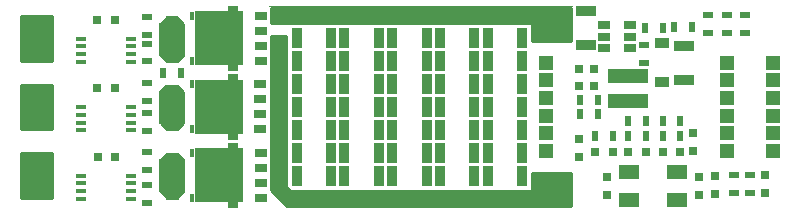
<source format=gbr>
%TF.GenerationSoftware,KiCad,Pcbnew,6.0.4-6f826c9f35~116~ubuntu20.04.1*%
%TF.CreationDate,2022-12-15T23:45:36+00:00*%
%TF.ProjectId,TFESC01,54464553-4330-4312-9e6b-696361645f70,rev?*%
%TF.SameCoordinates,Original*%
%TF.FileFunction,Soldermask,Top*%
%TF.FilePolarity,Negative*%
%FSLAX46Y46*%
G04 Gerber Fmt 4.6, Leading zero omitted, Abs format (unit mm)*
G04 Created by KiCad (PCBNEW 6.0.4-6f826c9f35~116~ubuntu20.04.1) date 2022-12-15 23:45:36*
%MOMM*%
%LPD*%
G01*
G04 APERTURE LIST*
%ADD10R,0.890000X0.420000*%
%ADD11R,0.800000X0.750000*%
%ADD12R,0.750000X0.800000*%
%ADD13R,0.900000X0.500000*%
%ADD14R,0.500000X0.900000*%
%ADD15R,1.700000X0.900000*%
%ADD16R,1.200000X0.900000*%
%ADD17R,1.060000X0.650000*%
%ADD18R,1.200000X1.200000*%
%ADD19R,1.800860X1.198880*%
%ADD20R,0.900000X1.700000*%
%ADD21R,0.700000X0.700000*%
%ADD22R,1.000000X0.750000*%
%ADD23R,0.905000X0.495000*%
%ADD24R,0.425000X0.750000*%
%ADD25R,4.105000X4.560000*%
%ADD26R,3.400000X1.300000*%
%ADD27C,0.254000*%
G04 APERTURE END LIST*
D10*
%TO.C,U4*%
X72895000Y-91025000D03*
X72895000Y-91675000D03*
X72895000Y-92325000D03*
X72895000Y-92975000D03*
X77105000Y-92975000D03*
X77105000Y-92325000D03*
X77105000Y-91675000D03*
X77105000Y-91025000D03*
%TD*%
%TO.C,U5*%
X72895000Y-96825000D03*
X72895000Y-97475000D03*
X72895000Y-98125000D03*
X72895000Y-98775000D03*
X77105000Y-98775000D03*
X77105000Y-98125000D03*
X77105000Y-97475000D03*
X77105000Y-96825000D03*
%TD*%
%TO.C,U6*%
X72895000Y-85225000D03*
X72895000Y-85875000D03*
X72895000Y-86525000D03*
X72895000Y-87175000D03*
X77105000Y-87175000D03*
X77105000Y-86525000D03*
X77105000Y-85875000D03*
X77105000Y-85225000D03*
%TD*%
D11*
%TO.C,C9*%
X74300000Y-95200000D03*
X75800000Y-95200000D03*
%TD*%
%TO.C,C10*%
X74250000Y-89400000D03*
X75750000Y-89400000D03*
%TD*%
%TO.C,C11*%
X74250000Y-83600000D03*
X75750000Y-83600000D03*
%TD*%
%TO.C,C14*%
X123650000Y-94800000D03*
X122150000Y-94800000D03*
%TD*%
%TO.C,C15*%
X120750000Y-94800000D03*
X119250000Y-94800000D03*
%TD*%
%TO.C,C16*%
X117950000Y-94800000D03*
X116450000Y-94800000D03*
%TD*%
D12*
%TO.C,C17*%
X115100000Y-89250000D03*
X115100000Y-87750000D03*
%TD*%
%TO.C,C21*%
X124700000Y-94750000D03*
X124700000Y-93250000D03*
%TD*%
D13*
%TO.C,R4*%
X127550000Y-83200000D03*
X127550000Y-84700000D03*
%TD*%
%TO.C,R5*%
X129100000Y-83200000D03*
X129100000Y-84700000D03*
%TD*%
%TO.C,R12*%
X78500000Y-90500000D03*
X78500000Y-89000000D03*
%TD*%
%TO.C,R13*%
X78500000Y-93000000D03*
X78500000Y-91500000D03*
%TD*%
%TO.C,R14*%
X78500000Y-96350000D03*
X78500000Y-94850000D03*
%TD*%
%TO.C,R15*%
X78500000Y-99100000D03*
X78500000Y-97600000D03*
%TD*%
%TO.C,R16*%
X78500000Y-84900000D03*
X78500000Y-83400000D03*
%TD*%
%TO.C,R17*%
X78500000Y-87150000D03*
X78500000Y-85650000D03*
%TD*%
D14*
%TO.C,R18*%
X123650000Y-93500000D03*
X122150000Y-93500000D03*
%TD*%
%TO.C,R19*%
X120750000Y-93500000D03*
X119250000Y-93500000D03*
%TD*%
%TO.C,R20*%
X117950000Y-93500000D03*
X116450000Y-93500000D03*
%TD*%
D13*
%TO.C,C23*%
X120600000Y-87300000D03*
X120600000Y-85800000D03*
%TD*%
D15*
%TO.C,C24*%
X115650000Y-85800000D03*
X115650000Y-82900000D03*
%TD*%
%TO.C,C25*%
X123950000Y-85850000D03*
X123950000Y-88750000D03*
%TD*%
D16*
%TO.C,D1*%
X122050000Y-88900000D03*
X122050000Y-85600000D03*
%TD*%
D14*
%TO.C,R21*%
X124600000Y-84260000D03*
X123100000Y-84260000D03*
%TD*%
%TO.C,R22*%
X120650000Y-84280000D03*
X122150000Y-84280000D03*
%TD*%
D17*
%TO.C,U8*%
X119400000Y-86000000D03*
X119400000Y-85050000D03*
X119400000Y-84100000D03*
X117200000Y-84100000D03*
X117200000Y-85050000D03*
X117200000Y-86000000D03*
%TD*%
D18*
%TO.C,P9*%
X112300000Y-87250000D03*
X112300000Y-88750000D03*
X112300000Y-90250000D03*
X112300000Y-91750000D03*
X112300000Y-93250000D03*
X112300000Y-94750000D03*
%TD*%
%TO.C,P10*%
X127575000Y-94750000D03*
X127575000Y-93250000D03*
X127575000Y-91750000D03*
X127575000Y-90250000D03*
X127575000Y-88750000D03*
X127575000Y-87250000D03*
%TD*%
D14*
%TO.C,D3*%
X116650000Y-91600000D03*
X115150000Y-91600000D03*
%TD*%
%TO.C,D4*%
X116650000Y-90400000D03*
X115150000Y-90400000D03*
%TD*%
%TO.C,R28*%
X122150000Y-92200000D03*
X123650000Y-92200000D03*
%TD*%
%TO.C,R29*%
X120750000Y-92200000D03*
X119250000Y-92200000D03*
%TD*%
D12*
%TO.C,C30*%
X125200000Y-96917094D03*
X125200000Y-98417094D03*
%TD*%
%TO.C,C31*%
X117400000Y-98417094D03*
X117400000Y-96917094D03*
%TD*%
D19*
%TO.C,X1*%
X123322290Y-96468214D03*
X119324330Y-98865974D03*
X123322290Y-98865974D03*
X119324330Y-96468214D03*
%TD*%
D20*
%TO.C,C12*%
X110250000Y-94900000D03*
X107350000Y-94900000D03*
%TD*%
%TO.C,C13*%
X95200000Y-94900000D03*
X98100000Y-94900000D03*
%TD*%
%TO.C,C34*%
X102150000Y-91000000D03*
X99250000Y-91000000D03*
%TD*%
%TO.C,C40*%
X110250000Y-91000000D03*
X107350000Y-91000000D03*
%TD*%
%TO.C,C42*%
X94050000Y-94900000D03*
X91150000Y-94900000D03*
%TD*%
%TO.C,C44*%
X102150000Y-85150000D03*
X99250000Y-85150000D03*
%TD*%
%TO.C,C45*%
X95200000Y-85150000D03*
X98100000Y-85150000D03*
%TD*%
%TO.C,C46*%
X95200000Y-92950000D03*
X98100000Y-92950000D03*
%TD*%
%TO.C,C47*%
X110250000Y-92950000D03*
X107350000Y-92950000D03*
%TD*%
%TO.C,C48*%
X103300000Y-96850000D03*
X106200000Y-96850000D03*
%TD*%
%TO.C,C49*%
X103300000Y-85150000D03*
X106200000Y-85150000D03*
%TD*%
%TO.C,C50*%
X102150000Y-92950000D03*
X99250000Y-92950000D03*
%TD*%
%TO.C,C51*%
X103300000Y-87100000D03*
X106200000Y-87100000D03*
%TD*%
%TO.C,C52*%
X103300000Y-94900000D03*
X106200000Y-94900000D03*
%TD*%
%TO.C,C53*%
X102150000Y-94900000D03*
X99250000Y-94900000D03*
%TD*%
%TO.C,C54*%
X95200000Y-96850000D03*
X98100000Y-96850000D03*
%TD*%
%TO.C,C55*%
X103300000Y-92950000D03*
X106200000Y-92950000D03*
%TD*%
%TO.C,C56*%
X102150000Y-96850000D03*
X99250000Y-96850000D03*
%TD*%
%TO.C,C57*%
X95200000Y-91000000D03*
X98100000Y-91000000D03*
%TD*%
%TO.C,C58*%
X94050000Y-91000000D03*
X91150000Y-91000000D03*
%TD*%
%TO.C,C59*%
X102150000Y-89050000D03*
X99250000Y-89050000D03*
%TD*%
%TO.C,C64*%
X110250000Y-96850000D03*
X107350000Y-96850000D03*
%TD*%
D18*
%TO.C,P11*%
X131450000Y-94750000D03*
X131450000Y-93250000D03*
X131450000Y-91750000D03*
X131450000Y-90250000D03*
X131450000Y-88750000D03*
X131450000Y-87250000D03*
%TD*%
D20*
%TO.C,C68*%
X110250000Y-89050000D03*
X107350000Y-89050000D03*
%TD*%
%TO.C,C69*%
X94050000Y-96850000D03*
X91150000Y-96850000D03*
%TD*%
%TO.C,C70*%
X102150000Y-87100000D03*
X99250000Y-87100000D03*
%TD*%
%TO.C,C71*%
X95200000Y-89050000D03*
X98100000Y-89050000D03*
%TD*%
%TO.C,C72*%
X95200000Y-87100000D03*
X98100000Y-87100000D03*
%TD*%
%TO.C,C73*%
X103300000Y-91000000D03*
X106200000Y-91000000D03*
%TD*%
D21*
%TO.C,P1*%
X68600000Y-92050000D03*
X70000000Y-90650000D03*
X69300000Y-89950000D03*
X68600000Y-90650000D03*
X70000000Y-92050000D03*
X69300000Y-92050000D03*
X69300000Y-90650000D03*
X70000000Y-89950000D03*
X70000000Y-91350000D03*
X69300000Y-91350000D03*
X68600000Y-91350000D03*
X68600000Y-89950000D03*
%TD*%
%TO.C,P2*%
X69300000Y-95750000D03*
X70000000Y-97850000D03*
X68600000Y-96450000D03*
X68600000Y-97150000D03*
X69300000Y-96450000D03*
X68600000Y-97850000D03*
X68600000Y-95750000D03*
X69300000Y-97850000D03*
X70000000Y-97150000D03*
X70000000Y-96450000D03*
X70000000Y-95750000D03*
X69300000Y-97150000D03*
%TD*%
%TO.C,P3*%
X69300000Y-86250000D03*
X69300000Y-85550000D03*
X68600000Y-85550000D03*
X70000000Y-84150000D03*
X68600000Y-84850000D03*
X69300000Y-84150000D03*
X68600000Y-86250000D03*
X70000000Y-84850000D03*
X70000000Y-85550000D03*
X68600000Y-84150000D03*
X70000000Y-86250000D03*
X69300000Y-84850000D03*
%TD*%
%TO.C,P4*%
X79900000Y-90700000D03*
X80600000Y-90700000D03*
X79900000Y-90000000D03*
X80600000Y-91400000D03*
X81300000Y-91400000D03*
X81300000Y-92100000D03*
X79900000Y-91400000D03*
X80600000Y-90000000D03*
X79900000Y-92100000D03*
X81300000Y-90700000D03*
X81300000Y-90000000D03*
X80600000Y-92100000D03*
%TD*%
%TO.C,P5*%
X79900000Y-97850000D03*
X79900000Y-97150000D03*
X80600000Y-97150000D03*
X79900000Y-95750000D03*
X79900000Y-96450000D03*
X81300000Y-95750000D03*
X80600000Y-97850000D03*
X81300000Y-96450000D03*
X80600000Y-96450000D03*
X81300000Y-97850000D03*
X80600000Y-95750000D03*
X81300000Y-97150000D03*
%TD*%
%TO.C,P6*%
X79900000Y-85650000D03*
X80600000Y-85650000D03*
X81300000Y-86350000D03*
X80600000Y-86350000D03*
X81300000Y-85650000D03*
X80600000Y-84950000D03*
X81300000Y-84250000D03*
X81300000Y-84950000D03*
X79900000Y-84250000D03*
X79900000Y-86350000D03*
X80600000Y-84250000D03*
X79900000Y-84950000D03*
%TD*%
D12*
%TO.C,C77*%
X126550000Y-98350000D03*
X126550000Y-96850000D03*
%TD*%
D13*
%TO.C,R31*%
X128150000Y-98300000D03*
X128150000Y-96800000D03*
%TD*%
D14*
%TO.C,R32*%
X79850000Y-88100000D03*
X81350000Y-88100000D03*
%TD*%
D13*
%TO.C,R33*%
X126000000Y-83200000D03*
X126000000Y-84700000D03*
%TD*%
D12*
%TO.C,C78*%
X130850000Y-98300000D03*
X130850000Y-96800000D03*
%TD*%
D13*
%TO.C,R34*%
X129550000Y-98300000D03*
X129550000Y-96800000D03*
%TD*%
D20*
%TO.C,C28*%
X94050000Y-87100000D03*
X91150000Y-87100000D03*
%TD*%
%TO.C,C35*%
X110250000Y-85150000D03*
X107350000Y-85150000D03*
%TD*%
%TO.C,C36*%
X94050000Y-92950000D03*
X91150000Y-92950000D03*
%TD*%
%TO.C,C39*%
X94050000Y-85150000D03*
X91150000Y-85150000D03*
%TD*%
%TO.C,C60*%
X103300000Y-89050000D03*
X106200000Y-89050000D03*
%TD*%
%TO.C,C61*%
X110250000Y-87100000D03*
X107350000Y-87100000D03*
%TD*%
%TO.C,C62*%
X94050000Y-89050000D03*
X91150000Y-89050000D03*
%TD*%
D22*
%TO.C,Q2*%
X88095000Y-89095000D03*
X88095000Y-90365000D03*
X88095000Y-91635000D03*
X88095000Y-92905000D03*
D23*
X85752500Y-88472500D03*
D24*
X82312500Y-89095000D03*
X82312500Y-92905000D03*
D23*
X85752500Y-93527500D03*
D25*
X84577500Y-91000000D03*
%TD*%
D22*
%TO.C,Q4*%
X88100000Y-94895000D03*
X88100000Y-96165000D03*
X88100000Y-98705000D03*
X88100000Y-97435000D03*
D24*
X82317500Y-98705000D03*
D25*
X84582500Y-96800000D03*
D23*
X85757500Y-99327500D03*
D24*
X82317500Y-94895000D03*
D23*
X85757500Y-94272500D03*
%TD*%
D22*
%TO.C,Q6*%
X88100000Y-83295000D03*
X88100000Y-84565000D03*
X88100000Y-85835000D03*
X88100000Y-87105000D03*
D25*
X84582500Y-85200000D03*
D24*
X82317500Y-87105000D03*
D23*
X85757500Y-82672500D03*
X85757500Y-87727500D03*
D24*
X82317500Y-83295000D03*
%TD*%
D12*
%TO.C,C22*%
X115100000Y-93750000D03*
X115100000Y-95250000D03*
%TD*%
%TO.C,C29*%
X116300000Y-87750000D03*
X116300000Y-89250000D03*
%TD*%
D26*
%TO.C,L1*%
X119250000Y-88400000D03*
X119250000Y-90500000D03*
%TD*%
D27*
X90223000Y-97650000D02*
X90232667Y-97698601D01*
X90260197Y-97739803D01*
X90610197Y-98089803D01*
X90651399Y-98117333D01*
X90700000Y-98127000D01*
X110950000Y-98127000D01*
X110998601Y-98117333D01*
X111039803Y-98089803D01*
X111067333Y-98048601D01*
X111077000Y-98000000D01*
X111077000Y-96577000D01*
X114423000Y-96577000D01*
X114423000Y-99373000D01*
X90302606Y-99373000D01*
X88977000Y-98047394D01*
X88977000Y-85027000D01*
X90223000Y-85027000D01*
X90223000Y-97650000D01*
X90223000Y-97650000D02*
X90223000Y-85027000D01*
G36*
X90223000Y-97650000D02*
G01*
X90232667Y-97698601D01*
X90260197Y-97739803D01*
X90610197Y-98089803D01*
X90651399Y-98117333D01*
X90700000Y-98127000D01*
X110950000Y-98127000D01*
X110998601Y-98117333D01*
X111039803Y-98089803D01*
X111067333Y-98048601D01*
X111077000Y-98000000D01*
X111077000Y-96577000D01*
X114423000Y-96577000D01*
X114423000Y-99373000D01*
X90302606Y-99373000D01*
X88977000Y-98047394D01*
X88977000Y-85027000D01*
X90223000Y-85027000D01*
X90223000Y-97650000D01*
G37*
X70473000Y-87123000D02*
X67777000Y-87123000D01*
X67777000Y-83327000D01*
X70473000Y-83327000D01*
X70473000Y-87123000D01*
X70473000Y-87123000D02*
X70473000Y-83327000D01*
G36*
X70473000Y-87123000D02*
G01*
X67777000Y-87123000D01*
X67777000Y-83327000D01*
X70473000Y-83327000D01*
X70473000Y-87123000D01*
G37*
X70423000Y-92873000D02*
X67777000Y-92873000D01*
X67777000Y-89127000D01*
X70423000Y-89127000D01*
X70423000Y-92873000D01*
X70423000Y-92873000D02*
X70423000Y-89127000D01*
G36*
X70423000Y-92873000D02*
G01*
X67777000Y-92873000D01*
X67777000Y-89127000D01*
X70423000Y-89127000D01*
X70423000Y-92873000D01*
G37*
X81523000Y-83952606D02*
X81523000Y-86647394D01*
X81047394Y-87123000D01*
X80152606Y-87123000D01*
X79677000Y-86647394D01*
X79677000Y-83952606D01*
X80152606Y-83477000D01*
X81047394Y-83477000D01*
X81523000Y-83952606D01*
X81523000Y-83952606D02*
X81047394Y-83477000D01*
G36*
X81523000Y-83952606D02*
G01*
X81523000Y-86647394D01*
X81047394Y-87123000D01*
X80152606Y-87123000D01*
X79677000Y-86647394D01*
X79677000Y-83952606D01*
X80152606Y-83477000D01*
X81047394Y-83477000D01*
X81523000Y-83952606D01*
G37*
X70423000Y-98673000D02*
X67777000Y-98673000D01*
X67777000Y-94927000D01*
X70423000Y-94927000D01*
X70423000Y-98673000D01*
X70423000Y-98673000D02*
X70423000Y-94927000D01*
G36*
X70423000Y-98673000D02*
G01*
X67777000Y-98673000D01*
X67777000Y-94927000D01*
X70423000Y-94927000D01*
X70423000Y-98673000D01*
G37*
X114423000Y-85423000D02*
X111077000Y-85423000D01*
X111077000Y-84000000D01*
X111067333Y-83951399D01*
X111039803Y-83910197D01*
X110998601Y-83882667D01*
X110950000Y-83873000D01*
X88977000Y-83873000D01*
X88977000Y-82627000D01*
X114423000Y-82627000D01*
X114423000Y-85423000D01*
X114423000Y-85423000D02*
X114423000Y-82627000D01*
G36*
X114423000Y-85423000D02*
G01*
X111077000Y-85423000D01*
X111077000Y-84000000D01*
X111067333Y-83951399D01*
X111039803Y-83910197D01*
X110998601Y-83882667D01*
X110950000Y-83873000D01*
X88977000Y-83873000D01*
X88977000Y-82627000D01*
X114423000Y-82627000D01*
X114423000Y-85423000D01*
G37*
X81523000Y-95450960D02*
X81523000Y-98150599D01*
X81044132Y-98673000D01*
X80155868Y-98673000D01*
X79677000Y-98150599D01*
X79677000Y-95450960D01*
X80154266Y-94952000D01*
X81045734Y-94952000D01*
X81523000Y-95450960D01*
X81523000Y-95450960D02*
X81045734Y-94952000D01*
G36*
X81523000Y-95450960D02*
G01*
X81523000Y-98150599D01*
X81044132Y-98673000D01*
X80155868Y-98673000D01*
X79677000Y-98150599D01*
X79677000Y-95450960D01*
X80154266Y-94952000D01*
X81045734Y-94952000D01*
X81523000Y-95450960D01*
G37*
X81523000Y-89702606D02*
X81523000Y-92397394D01*
X81047394Y-92873000D01*
X80152606Y-92873000D01*
X79677000Y-92397394D01*
X79677000Y-89702606D01*
X80152606Y-89227000D01*
X81047394Y-89227000D01*
X81523000Y-89702606D01*
X81523000Y-89702606D02*
X81047394Y-89227000D01*
G36*
X81523000Y-89702606D02*
G01*
X81523000Y-92397394D01*
X81047394Y-92873000D01*
X80152606Y-92873000D01*
X79677000Y-92397394D01*
X79677000Y-89702606D01*
X80152606Y-89227000D01*
X81047394Y-89227000D01*
X81523000Y-89702606D01*
G37*
G36*
X90340819Y-84893152D02*
G01*
X90351387Y-84897530D01*
X90352470Y-84898613D01*
X90356848Y-84909181D01*
X90357000Y-84909946D01*
X90357000Y-97626821D01*
X90371340Y-97661442D01*
X90688558Y-97978660D01*
X90723179Y-97993000D01*
X110894603Y-97993000D01*
X110928825Y-97978825D01*
X110943000Y-97944603D01*
X110943000Y-96459946D01*
X110943152Y-96459181D01*
X110947530Y-96448613D01*
X110948613Y-96447530D01*
X110959181Y-96443152D01*
X110959946Y-96443000D01*
X114540054Y-96443000D01*
X114540819Y-96443152D01*
X114551387Y-96447530D01*
X114552470Y-96448613D01*
X114556848Y-96459181D01*
X114557000Y-96459946D01*
X114557000Y-99490054D01*
X114556848Y-99490819D01*
X114552470Y-99501387D01*
X114551387Y-99502470D01*
X114540819Y-99506848D01*
X114540054Y-99507000D01*
X90259946Y-99507000D01*
X90259181Y-99506848D01*
X90238668Y-99498351D01*
X90238019Y-99497917D01*
X88852083Y-98111981D01*
X88851649Y-98111332D01*
X88846612Y-98099172D01*
X88852000Y-98099172D01*
X90250828Y-99498000D01*
X114548000Y-99498000D01*
X114548000Y-96452000D01*
X110952000Y-96452000D01*
X110952000Y-98000000D01*
X110951000Y-98001732D01*
X110950000Y-98002000D01*
X90700000Y-98002000D01*
X90698586Y-98001414D01*
X90348586Y-97651414D01*
X90348000Y-97650000D01*
X90348000Y-84902000D01*
X88852000Y-84902000D01*
X88852000Y-98099172D01*
X88846612Y-98099172D01*
X88843152Y-98090819D01*
X88843000Y-98090054D01*
X88843000Y-84909946D01*
X88843152Y-84909181D01*
X88847530Y-84898613D01*
X88848613Y-84897530D01*
X88859181Y-84893152D01*
X88859946Y-84893000D01*
X90340054Y-84893000D01*
X90340819Y-84893152D01*
G37*
G36*
X70540819Y-94793152D02*
G01*
X70551387Y-94797530D01*
X70552470Y-94798613D01*
X70556848Y-94809181D01*
X70557000Y-94809946D01*
X70557000Y-98790054D01*
X70556848Y-98790819D01*
X70552470Y-98801387D01*
X70551387Y-98802470D01*
X70540819Y-98806848D01*
X70540054Y-98807000D01*
X68179183Y-98807000D01*
X68178418Y-98806848D01*
X68163180Y-98800536D01*
X68162263Y-98799770D01*
X68160993Y-98797795D01*
X68160801Y-98797412D01*
X68075076Y-98567575D01*
X68075031Y-98567439D01*
X68073829Y-98563343D01*
X68073794Y-98563205D01*
X68013898Y-98287869D01*
X68013872Y-98287729D01*
X68013263Y-98283494D01*
X68013248Y-98283352D01*
X67993081Y-98001375D01*
X67993077Y-98001304D01*
X67993028Y-97999927D01*
X68002000Y-97999927D01*
X68022342Y-98284348D01*
X68082937Y-98562897D01*
X68170626Y-98798000D01*
X70548000Y-98798000D01*
X70548000Y-94802000D01*
X68002000Y-94802000D01*
X68002000Y-97999927D01*
X67993028Y-97999927D01*
X67993001Y-97999186D01*
X67993000Y-97999114D01*
X67993000Y-94809946D01*
X67993152Y-94809181D01*
X67997530Y-94798613D01*
X67998613Y-94797530D01*
X68009181Y-94793152D01*
X68009946Y-94793000D01*
X70540054Y-94793000D01*
X70540819Y-94793152D01*
G37*
G36*
X81090552Y-94818161D02*
G01*
X81111476Y-94827101D01*
X81112135Y-94827558D01*
X81648383Y-95388181D01*
X81648794Y-95388818D01*
X81656856Y-95408912D01*
X81657000Y-95409657D01*
X81657000Y-98190617D01*
X81656864Y-98191342D01*
X81649210Y-98211019D01*
X81648820Y-98211645D01*
X81112261Y-98796982D01*
X81111592Y-98797462D01*
X81090295Y-98806831D01*
X81089490Y-98807000D01*
X80110510Y-98807000D01*
X80109705Y-98806831D01*
X80088408Y-98797462D01*
X80087739Y-98796982D01*
X79551180Y-98211645D01*
X79550790Y-98211019D01*
X79546202Y-98199223D01*
X79552000Y-98199223D01*
X80100879Y-98798000D01*
X81099121Y-98798000D01*
X81648000Y-98199223D01*
X81648000Y-95400802D01*
X81099146Y-94827000D01*
X80100854Y-94827000D01*
X79552000Y-95400802D01*
X79552000Y-98199223D01*
X79546202Y-98199223D01*
X79543136Y-98191342D01*
X79543000Y-98190617D01*
X79543000Y-95409657D01*
X79543144Y-95408912D01*
X79551206Y-95388818D01*
X79551617Y-95388181D01*
X80087865Y-94827558D01*
X80088524Y-94827101D01*
X80109448Y-94818161D01*
X80110234Y-94818000D01*
X81089766Y-94818000D01*
X81090552Y-94818161D01*
G37*
G36*
X81090819Y-89093152D02*
G01*
X81111332Y-89101649D01*
X81111981Y-89102083D01*
X81647917Y-89638019D01*
X81648351Y-89638668D01*
X81656848Y-89659181D01*
X81657000Y-89659946D01*
X81657000Y-92440054D01*
X81656848Y-92440819D01*
X81648351Y-92461332D01*
X81647917Y-92461981D01*
X81111981Y-92997917D01*
X81111332Y-92998351D01*
X81090819Y-93006848D01*
X81090054Y-93007000D01*
X80109946Y-93007000D01*
X80109181Y-93006848D01*
X80088668Y-92998351D01*
X80088019Y-92997917D01*
X79552083Y-92461981D01*
X79551649Y-92461332D01*
X79546612Y-92449172D01*
X79552000Y-92449172D01*
X80100828Y-92998000D01*
X81099172Y-92998000D01*
X81648000Y-92449172D01*
X81648000Y-89650828D01*
X81099172Y-89102000D01*
X80100828Y-89102000D01*
X79552000Y-89650828D01*
X79552000Y-92449172D01*
X79546612Y-92449172D01*
X79543152Y-92440819D01*
X79543000Y-92440054D01*
X79543000Y-89659946D01*
X79543152Y-89659181D01*
X79551649Y-89638668D01*
X79552083Y-89638019D01*
X80088019Y-89102083D01*
X80088668Y-89101649D01*
X80109181Y-89093152D01*
X80109946Y-89093000D01*
X81090054Y-89093000D01*
X81090819Y-89093152D01*
G37*
G36*
X70540819Y-88993152D02*
G01*
X70551387Y-88997530D01*
X70552470Y-88998613D01*
X70556848Y-89009181D01*
X70557000Y-89009946D01*
X70557000Y-92990054D01*
X70556848Y-92990819D01*
X70552470Y-93001387D01*
X70551387Y-93002470D01*
X70540819Y-93006848D01*
X70540054Y-93007000D01*
X68009946Y-93007000D01*
X68009181Y-93006848D01*
X67998613Y-93002470D01*
X67997530Y-93001387D01*
X67996127Y-92998000D01*
X68002000Y-92998000D01*
X70548000Y-92998000D01*
X70548000Y-89002000D01*
X68002000Y-89002000D01*
X68002000Y-92998000D01*
X67996127Y-92998000D01*
X67993152Y-92990819D01*
X67993000Y-92990054D01*
X67993000Y-89009946D01*
X67993152Y-89009181D01*
X67997530Y-88998613D01*
X67998613Y-88997530D01*
X68009181Y-88993152D01*
X68009946Y-88993000D01*
X70540054Y-88993000D01*
X70540819Y-88993152D01*
G37*
G36*
X70590819Y-83193152D02*
G01*
X70601387Y-83197530D01*
X70602470Y-83198613D01*
X70606848Y-83209181D01*
X70607000Y-83209946D01*
X70607000Y-87240054D01*
X70606848Y-87240819D01*
X70602470Y-87251387D01*
X70601387Y-87252470D01*
X70590819Y-87256848D01*
X70590054Y-87257000D01*
X68009946Y-87257000D01*
X68009181Y-87256848D01*
X67998613Y-87252470D01*
X67997530Y-87251387D01*
X67996127Y-87248000D01*
X68002000Y-87248000D01*
X70598000Y-87248000D01*
X70598000Y-83202000D01*
X68170626Y-83202000D01*
X68082937Y-83437103D01*
X68022342Y-83715652D01*
X68002000Y-84000073D01*
X68002000Y-87248000D01*
X67996127Y-87248000D01*
X67993152Y-87240819D01*
X67993000Y-87240054D01*
X67993000Y-84000886D01*
X67993001Y-84000814D01*
X67993077Y-83998696D01*
X67993081Y-83998625D01*
X68013248Y-83716648D01*
X68013263Y-83716506D01*
X68013872Y-83712271D01*
X68013898Y-83712131D01*
X68073794Y-83436795D01*
X68073829Y-83436657D01*
X68075031Y-83432561D01*
X68075076Y-83432425D01*
X68159204Y-83206871D01*
X68159614Y-83206207D01*
X68170852Y-83194136D01*
X68171891Y-83193545D01*
X68174186Y-83193046D01*
X68174611Y-83193000D01*
X70590054Y-83193000D01*
X70590819Y-83193152D01*
G37*
G36*
X81090819Y-83343152D02*
G01*
X81111332Y-83351649D01*
X81111981Y-83352083D01*
X81647917Y-83888019D01*
X81648351Y-83888668D01*
X81656848Y-83909181D01*
X81657000Y-83909946D01*
X81657000Y-86690054D01*
X81656848Y-86690819D01*
X81648351Y-86711332D01*
X81647917Y-86711981D01*
X81111981Y-87247917D01*
X81111332Y-87248351D01*
X81090819Y-87256848D01*
X81090054Y-87257000D01*
X80109946Y-87257000D01*
X80109181Y-87256848D01*
X80088668Y-87248351D01*
X80088019Y-87247917D01*
X79552083Y-86711981D01*
X79551649Y-86711332D01*
X79546612Y-86699172D01*
X79552000Y-86699172D01*
X80100828Y-87248000D01*
X81099172Y-87248000D01*
X81648000Y-86699172D01*
X81648000Y-83900828D01*
X81099172Y-83352000D01*
X80100828Y-83352000D01*
X79552000Y-83900828D01*
X79552000Y-86699172D01*
X79546612Y-86699172D01*
X79543152Y-86690819D01*
X79543000Y-86690054D01*
X79543000Y-83909946D01*
X79543152Y-83909181D01*
X79551649Y-83888668D01*
X79552083Y-83888019D01*
X80088019Y-83352083D01*
X80088668Y-83351649D01*
X80109181Y-83343152D01*
X80109946Y-83343000D01*
X81090054Y-83343000D01*
X81090819Y-83343152D01*
G37*
G36*
X114540819Y-82493152D02*
G01*
X114551387Y-82497530D01*
X114552470Y-82498613D01*
X114556848Y-82509181D01*
X114557000Y-82509946D01*
X114557000Y-85540054D01*
X114556848Y-85540819D01*
X114552470Y-85551387D01*
X114551387Y-85552470D01*
X114540819Y-85556848D01*
X114540054Y-85557000D01*
X110959946Y-85557000D01*
X110959181Y-85556848D01*
X110948613Y-85552470D01*
X110947530Y-85551387D01*
X110943152Y-85540819D01*
X110943000Y-85540054D01*
X110943000Y-84055397D01*
X110928825Y-84021175D01*
X110894603Y-84007000D01*
X88859946Y-84007000D01*
X88859181Y-84006848D01*
X88848613Y-84002470D01*
X88847530Y-84001387D01*
X88846127Y-83998000D01*
X88852000Y-83998000D01*
X110950000Y-83998000D01*
X110951732Y-83999000D01*
X110952000Y-84000000D01*
X110952000Y-85548000D01*
X114548000Y-85548000D01*
X114548000Y-82502000D01*
X88852000Y-82502000D01*
X88852000Y-83998000D01*
X88846127Y-83998000D01*
X88843152Y-83990819D01*
X88843000Y-83990054D01*
X88843000Y-82509946D01*
X88843152Y-82509181D01*
X88847530Y-82498613D01*
X88848613Y-82497530D01*
X88859181Y-82493152D01*
X88859946Y-82493000D01*
X114540054Y-82493000D01*
X114540819Y-82493152D01*
G37*
M02*

</source>
